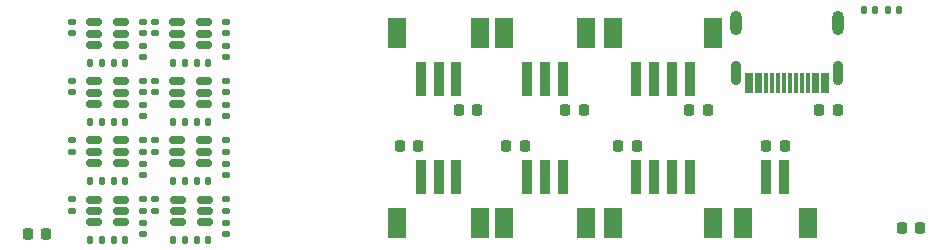
<source format=gbp>
G04 #@! TF.GenerationSoftware,KiCad,Pcbnew,7.0.9-7.0.9~ubuntu22.04.1*
G04 #@! TF.CreationDate,2023-11-24T17:50:00-08:00*
G04 #@! TF.ProjectId,pmod-level-conv-2,706d6f64-2d6c-4657-9665-6c2d636f6e76,rev?*
G04 #@! TF.SameCoordinates,Original*
G04 #@! TF.FileFunction,Paste,Bot*
G04 #@! TF.FilePolarity,Positive*
%FSLAX46Y46*%
G04 Gerber Fmt 4.6, Leading zero omitted, Abs format (unit mm)*
G04 Created by KiCad (PCBNEW 7.0.9-7.0.9~ubuntu22.04.1) date 2023-11-24 17:50:00*
%MOMM*%
%LPD*%
G01*
G04 APERTURE LIST*
G04 Aperture macros list*
%AMRoundRect*
0 Rectangle with rounded corners*
0 $1 Rounding radius*
0 $2 $3 $4 $5 $6 $7 $8 $9 X,Y pos of 4 corners*
0 Add a 4 corners polygon primitive as box body*
4,1,4,$2,$3,$4,$5,$6,$7,$8,$9,$2,$3,0*
0 Add four circle primitives for the rounded corners*
1,1,$1+$1,$2,$3*
1,1,$1+$1,$4,$5*
1,1,$1+$1,$6,$7*
1,1,$1+$1,$8,$9*
0 Add four rect primitives between the rounded corners*
20,1,$1+$1,$2,$3,$4,$5,0*
20,1,$1+$1,$4,$5,$6,$7,0*
20,1,$1+$1,$6,$7,$8,$9,0*
20,1,$1+$1,$8,$9,$2,$3,0*%
G04 Aperture macros list end*
%ADD10RoundRect,0.147500X-0.172500X0.147500X-0.172500X-0.147500X0.172500X-0.147500X0.172500X0.147500X0*%
%ADD11RoundRect,0.150000X-0.512500X-0.150000X0.512500X-0.150000X0.512500X0.150000X-0.512500X0.150000X0*%
%ADD12RoundRect,0.218750X-0.218750X-0.256250X0.218750X-0.256250X0.218750X0.256250X-0.218750X0.256250X0*%
%ADD13RoundRect,0.218750X0.218750X0.256250X-0.218750X0.256250X-0.218750X-0.256250X0.218750X-0.256250X0*%
%ADD14R,0.950000X3.000000*%
%ADD15R,1.500000X2.500000*%
%ADD16RoundRect,0.147500X0.147500X0.172500X-0.147500X0.172500X-0.147500X-0.172500X0.147500X-0.172500X0*%
%ADD17RoundRect,0.147500X-0.147500X-0.172500X0.147500X-0.172500X0.147500X0.172500X-0.147500X0.172500X0*%
%ADD18R,0.300000X1.750000*%
%ADD19O,1.000000X2.100000*%
%ADD20O,0.900000X2.100000*%
G04 APERTURE END LIST*
D10*
G04 #@! TO.C,R7*
X64000000Y-101015000D03*
X64000000Y-101985000D03*
G04 #@! TD*
D11*
G04 #@! TO.C,U6*
X66862500Y-97950000D03*
X66862500Y-97000000D03*
X66862500Y-96050000D03*
X69137500Y-96050000D03*
X69137500Y-97000000D03*
X69137500Y-97950000D03*
G04 #@! TD*
G04 #@! TO.C,U2*
X59862500Y-97950000D03*
X59862500Y-97000000D03*
X59862500Y-96050000D03*
X62137500Y-96050000D03*
X62137500Y-97000000D03*
X62137500Y-97950000D03*
G04 #@! TD*
D12*
G04 #@! TO.C,C20*
X94712500Y-101500000D03*
X96287500Y-101500000D03*
G04 #@! TD*
D10*
G04 #@! TO.C,R19*
X71000000Y-101015000D03*
X71000000Y-101985000D03*
G04 #@! TD*
D13*
G04 #@! TO.C,C23*
X111787500Y-98500000D03*
X110212500Y-98500000D03*
G04 #@! TD*
D12*
G04 #@! TO.C,C26*
X128212500Y-108500000D03*
X129787500Y-108500000D03*
G04 #@! TD*
D10*
G04 #@! TO.C,R16*
X71000000Y-96015000D03*
X71000000Y-96985000D03*
G04 #@! TD*
D11*
G04 #@! TO.C,U1*
X59862500Y-92950000D03*
X59862500Y-92000000D03*
X59862500Y-91050000D03*
X62137500Y-91050000D03*
X62137500Y-92000000D03*
X62137500Y-92950000D03*
G04 #@! TD*
D14*
G04 #@! TO.C,J3*
X90500000Y-104133300D03*
X89000000Y-104133300D03*
X87500001Y-104133300D03*
D15*
X92500000Y-108033300D03*
X85500000Y-108033300D03*
G04 #@! TD*
D16*
G04 #@! TO.C,C16*
X69485000Y-109500000D03*
X68515000Y-109500000D03*
G04 #@! TD*
G04 #@! TO.C,C4*
X62485000Y-99500000D03*
X61515000Y-99500000D03*
G04 #@! TD*
D10*
G04 #@! TO.C,R23*
X65000000Y-106015000D03*
X65000000Y-106985000D03*
G04 #@! TD*
D16*
G04 #@! TO.C,C8*
X62485000Y-109500000D03*
X61515000Y-109500000D03*
G04 #@! TD*
D17*
G04 #@! TO.C,C7*
X59515000Y-109500000D03*
X60485000Y-109500000D03*
G04 #@! TD*
D10*
G04 #@! TO.C,R17*
X65000000Y-96015000D03*
X65000000Y-96985000D03*
G04 #@! TD*
D17*
G04 #@! TO.C,C5*
X59515000Y-104500000D03*
X60485000Y-104500000D03*
G04 #@! TD*
D10*
G04 #@! TO.C,R2*
X64000000Y-91015000D03*
X64000000Y-91985000D03*
G04 #@! TD*
G04 #@! TO.C,R20*
X65000000Y-101015000D03*
X65000000Y-101985000D03*
G04 #@! TD*
G04 #@! TO.C,R1*
X58000000Y-91015000D03*
X58000000Y-91985000D03*
G04 #@! TD*
G04 #@! TO.C,R15*
X71000000Y-93015000D03*
X71000000Y-93985000D03*
G04 #@! TD*
G04 #@! TO.C,R22*
X71000000Y-106015000D03*
X71000000Y-106985000D03*
G04 #@! TD*
D11*
G04 #@! TO.C,U8*
X66916190Y-107950000D03*
X66916190Y-107000000D03*
X66916190Y-106050000D03*
X69191190Y-106050000D03*
X69191190Y-107000000D03*
X69191190Y-107950000D03*
G04 #@! TD*
D10*
G04 #@! TO.C,R21*
X71000000Y-103015000D03*
X71000000Y-103985000D03*
G04 #@! TD*
D17*
G04 #@! TO.C,C9*
X66515000Y-94500000D03*
X67485000Y-94500000D03*
G04 #@! TD*
D16*
G04 #@! TO.C,C2*
X62485000Y-94500000D03*
X61515000Y-94500000D03*
G04 #@! TD*
G04 #@! TO.C,C14*
X69485000Y-104500000D03*
X68515000Y-104500000D03*
G04 #@! TD*
D17*
G04 #@! TO.C,R26*
X127015000Y-90000000D03*
X127985000Y-90000000D03*
G04 #@! TD*
D10*
G04 #@! TO.C,R14*
X65000000Y-91015000D03*
X65000000Y-91985000D03*
G04 #@! TD*
D11*
G04 #@! TO.C,U3*
X59862500Y-102950000D03*
X59862500Y-102000000D03*
X59862500Y-101050000D03*
X62137500Y-101050000D03*
X62137500Y-102000000D03*
X62137500Y-102950000D03*
G04 #@! TD*
D17*
G04 #@! TO.C,C3*
X59515000Y-99500000D03*
X60485000Y-99500000D03*
G04 #@! TD*
D18*
G04 #@! TO.C,J9*
X115150000Y-96150000D03*
X115950000Y-96150000D03*
X117250000Y-96150000D03*
X118250000Y-96150000D03*
X118750000Y-96150000D03*
X119750000Y-96150000D03*
X121050000Y-96150000D03*
X121850000Y-96150000D03*
X121550000Y-96150000D03*
X120750000Y-96150000D03*
X120250000Y-96150000D03*
X119250000Y-96150000D03*
X117750000Y-96150000D03*
X116750000Y-96150000D03*
X116250000Y-96150000D03*
X115450000Y-96150000D03*
D19*
X114180000Y-91130000D03*
D20*
X114180000Y-95310000D03*
D19*
X122820000Y-91130000D03*
D20*
X122820000Y-95310000D03*
G04 #@! TD*
D10*
G04 #@! TO.C,R12*
X64000000Y-108015000D03*
X64000000Y-108985000D03*
G04 #@! TD*
D16*
G04 #@! TO.C,C12*
X69485000Y-99500000D03*
X68515000Y-99500000D03*
G04 #@! TD*
D14*
G04 #@! TO.C,J7*
X110250000Y-104133300D03*
X108750000Y-104133300D03*
X107250001Y-104133300D03*
X105750001Y-104133300D03*
D15*
X112250000Y-108033300D03*
X103750000Y-108033300D03*
G04 #@! TD*
D16*
G04 #@! TO.C,C6*
X62485000Y-104500000D03*
X61515000Y-104500000D03*
G04 #@! TD*
D17*
G04 #@! TO.C,C13*
X66515000Y-104500000D03*
X67485000Y-104500000D03*
G04 #@! TD*
D12*
G04 #@! TO.C,C22*
X104212500Y-101500000D03*
X105787500Y-101500000D03*
G04 #@! TD*
D13*
G04 #@! TO.C,C21*
X101287500Y-98500000D03*
X99712500Y-98500000D03*
G04 #@! TD*
D16*
G04 #@! TO.C,C10*
X69485000Y-94500000D03*
X68515000Y-94500000D03*
G04 #@! TD*
D14*
G04 #@! TO.C,J10*
X118250000Y-104133300D03*
X116750000Y-104133300D03*
D15*
X120250000Y-108033300D03*
X114750000Y-108033300D03*
G04 #@! TD*
D11*
G04 #@! TO.C,U4*
X59862500Y-107950000D03*
X59862500Y-107000000D03*
X59862500Y-106050000D03*
X62137500Y-106050000D03*
X62137500Y-107000000D03*
X62137500Y-107950000D03*
G04 #@! TD*
D10*
G04 #@! TO.C,R8*
X58000000Y-101015000D03*
X58000000Y-101985000D03*
G04 #@! TD*
D17*
G04 #@! TO.C,C1*
X59515000Y-94500000D03*
X60485000Y-94500000D03*
G04 #@! TD*
G04 #@! TO.C,C15*
X66515000Y-109500000D03*
X67485000Y-109500000D03*
G04 #@! TD*
D14*
G04 #@! TO.C,J6*
X96500000Y-95866700D03*
X98000000Y-95866700D03*
X99499999Y-95866700D03*
D15*
X94500000Y-91966700D03*
X101500000Y-91966700D03*
G04 #@! TD*
D10*
G04 #@! TO.C,R10*
X64000000Y-106015000D03*
X64000000Y-106985000D03*
G04 #@! TD*
D11*
G04 #@! TO.C,U7*
X66862500Y-102950000D03*
X66862500Y-102000000D03*
X66862500Y-101050000D03*
X69137500Y-101050000D03*
X69137500Y-102000000D03*
X69137500Y-102950000D03*
G04 #@! TD*
D10*
G04 #@! TO.C,R4*
X64000000Y-96015000D03*
X64000000Y-96985000D03*
G04 #@! TD*
G04 #@! TO.C,R18*
X71000000Y-98015000D03*
X71000000Y-98985000D03*
G04 #@! TD*
G04 #@! TO.C,R11*
X58000000Y-106015000D03*
X58000000Y-106985000D03*
G04 #@! TD*
G04 #@! TO.C,R3*
X64000000Y-93015000D03*
X64000000Y-93985000D03*
G04 #@! TD*
D14*
G04 #@! TO.C,J4*
X87500000Y-95866700D03*
X89000000Y-95866700D03*
X90499999Y-95866700D03*
D15*
X85500000Y-91966700D03*
X92500000Y-91966700D03*
G04 #@! TD*
D10*
G04 #@! TO.C,R6*
X64000000Y-98015000D03*
X64000000Y-98985000D03*
G04 #@! TD*
G04 #@! TO.C,R13*
X71000000Y-91015000D03*
X71000000Y-91985000D03*
G04 #@! TD*
D14*
G04 #@! TO.C,J5*
X99500000Y-104133300D03*
X98000000Y-104133300D03*
X96500001Y-104133300D03*
D15*
X101500000Y-108033300D03*
X94500000Y-108033300D03*
G04 #@! TD*
D13*
G04 #@! TO.C,C19*
X92287500Y-98500000D03*
X90712500Y-98500000D03*
G04 #@! TD*
D12*
G04 #@! TO.C,C18*
X85712500Y-101500000D03*
X87287500Y-101500000D03*
G04 #@! TD*
G04 #@! TO.C,C17*
X121212500Y-98500000D03*
X122787500Y-98500000D03*
G04 #@! TD*
D17*
G04 #@! TO.C,C11*
X66515000Y-99500000D03*
X67485000Y-99500000D03*
G04 #@! TD*
D11*
G04 #@! TO.C,U5*
X66862500Y-92950000D03*
X66862500Y-92000000D03*
X66862500Y-91050000D03*
X69137500Y-91050000D03*
X69137500Y-92000000D03*
X69137500Y-92950000D03*
G04 #@! TD*
D10*
G04 #@! TO.C,R5*
X58000000Y-96015000D03*
X58000000Y-96985000D03*
G04 #@! TD*
D17*
G04 #@! TO.C,R25*
X125015000Y-90010000D03*
X125985000Y-90010000D03*
G04 #@! TD*
D10*
G04 #@! TO.C,R24*
X71000000Y-108015000D03*
X71000000Y-108985000D03*
G04 #@! TD*
D14*
G04 #@! TO.C,J8*
X105750000Y-95866700D03*
X107250000Y-95866700D03*
X108749999Y-95866700D03*
X110249999Y-95866700D03*
D15*
X103750000Y-91966700D03*
X112250000Y-91966700D03*
G04 #@! TD*
D13*
G04 #@! TO.C,C25*
X55787500Y-109000000D03*
X54212500Y-109000000D03*
G04 #@! TD*
D10*
G04 #@! TO.C,R9*
X64000000Y-103015000D03*
X64000000Y-103985000D03*
G04 #@! TD*
D12*
G04 #@! TO.C,C24*
X116712500Y-101500000D03*
X118287500Y-101500000D03*
G04 #@! TD*
M02*

</source>
